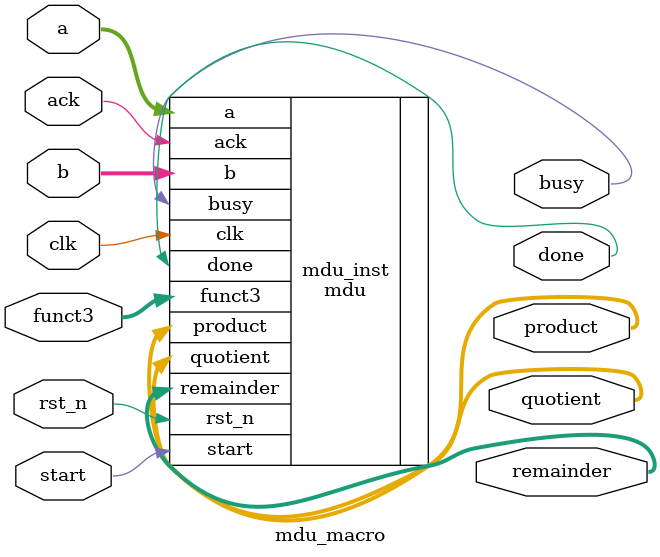
<source format=v>
`include "riscv_defines.vh"

/**
 * @file mdu_macro.v
 * @brief MDU Macro for Hierarchical Implementation
 * 
 * This macro wraps the existing MDU module for hierarchical P&R flow.
 * Contains: Multiply/Divide Unit with all operations (MUL/DIV/REM variants)
 * 
 * Target: SKY130 technology, optimized for timing closure
 * Estimated: ~3,000-4,000 cells, 60×60 μm
 * 
 * @author Custom RISC-V Core Team
 * @date 2025-12-18
 * @version 1.0 - Hierarchical Macro Implementation
 */

module mdu_macro (
    // Clock and Reset
    input  wire        clk,
    input  wire        rst_n,
    
    // MDU Control Interface
    input  wire        start,
    input  wire        ack,
    input  wire [2:0]  funct3,
    input  wire [31:0] a,
    input  wire [31:0] b,
    
    // MDU Output Interface
    output wire        busy,
    output wire        done,
    output wire [63:0] product,
    output wire [31:0] quotient,
    output wire [31:0] remainder
);

    //==========================================================================
    // Direct instantiation of existing MDU module
    //==========================================================================

    mdu mdu_inst (
        .clk(clk),
        .rst_n(rst_n),
        .start(start),
        .ack(ack),
        .funct3(funct3),
        .a(a),
        .b(b),
        .busy(busy),
        .done(done),
        .product(product),
        .quotient(quotient),
        .remainder(remainder)
    );

endmodule
</source>
